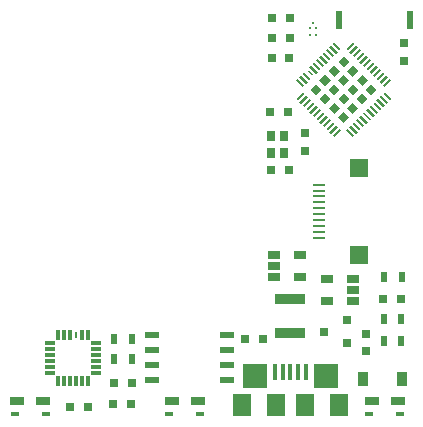
<source format=gtp>
G04 #@! TF.FileFunction,Paste,Top*
%FSLAX46Y46*%
G04 Gerber Fmt 4.6, Leading zero omitted, Abs format (unit mm)*
G04 Created by KiCad (PCBNEW (2015-07-20 BZR 5967)-product) date Tuesday, July 28, 2015 'AMt' 10:14:37 AM*
%MOMM*%
G01*
G04 APERTURE LIST*
%ADD10C,0.100000*%
%ADD11R,0.797560X0.797560*%
%ADD12R,0.910000X1.220000*%
%ADD13R,2.500000X0.900000*%
%ADD14R,0.800100X0.800100*%
%ADD15R,1.143000X0.508000*%
%ADD16R,1.060000X0.650000*%
%ADD17C,0.220000*%
%ADD18R,0.850000X0.300000*%
%ADD19R,0.300000X0.850000*%
%ADD20R,0.180000X0.510000*%
%ADD21R,1.600000X1.900000*%
%ADD22R,2.000000X2.000000*%
%ADD23R,0.400000X1.350000*%
%ADD24R,0.700000X0.400000*%
%ADD25R,1.200000X0.650000*%
%ADD26R,0.500000X1.600000*%
%ADD27R,0.800000X0.900000*%
%ADD28R,0.800000X0.750000*%
%ADD29R,0.750000X0.800000*%
%ADD30R,0.500000X0.900000*%
%ADD31R,1.500000X1.500000*%
%ADD32R,1.100000X0.250000*%
G04 APERTURE END LIST*
D10*
D11*
X184049300Y-105460000D03*
X182550700Y-105460000D03*
D12*
X184115000Y-112210000D03*
X180845000Y-112210000D03*
D13*
X174650000Y-108350000D03*
X174650000Y-105450000D03*
D14*
X179500760Y-109150000D03*
X179500760Y-107250000D03*
X177501780Y-108200000D03*
D15*
X162975000Y-112305000D03*
X162975000Y-111035000D03*
X162975000Y-109765000D03*
X162975000Y-108495000D03*
X169325000Y-108495000D03*
X169325000Y-109765000D03*
X169325000Y-111035000D03*
X169325000Y-112305000D03*
D16*
X173300000Y-101700000D03*
X173300000Y-102650000D03*
X173300000Y-103600000D03*
X175500000Y-103600000D03*
X175500000Y-101700000D03*
X180000000Y-105600000D03*
X180000000Y-104650000D03*
X180000000Y-103700000D03*
X177800000Y-103700000D03*
X177800000Y-105600000D03*
D17*
X176600000Y-82050000D03*
X176850000Y-82500000D03*
X176350000Y-82500000D03*
X176350000Y-83100000D03*
X176850000Y-83100000D03*
D10*
G36*
X180119238Y-91589087D02*
X179977817Y-91730508D01*
X179412132Y-91164823D01*
X179553553Y-91023402D01*
X180119238Y-91589087D01*
X180119238Y-91589087D01*
G37*
G36*
X180402081Y-91306245D02*
X180260660Y-91447666D01*
X179694975Y-90881981D01*
X179836396Y-90740560D01*
X180402081Y-91306245D01*
X180402081Y-91306245D01*
G37*
G36*
X180684924Y-91023402D02*
X180543503Y-91164823D01*
X179977818Y-90599138D01*
X180119239Y-90457717D01*
X180684924Y-91023402D01*
X180684924Y-91023402D01*
G37*
G36*
X180967767Y-90740559D02*
X180826346Y-90881980D01*
X180260661Y-90316295D01*
X180402082Y-90174874D01*
X180967767Y-90740559D01*
X180967767Y-90740559D01*
G37*
G36*
X181250609Y-90457716D02*
X181109188Y-90599137D01*
X180543503Y-90033452D01*
X180684924Y-89892031D01*
X181250609Y-90457716D01*
X181250609Y-90457716D01*
G37*
G36*
X181533452Y-90174874D02*
X181392031Y-90316295D01*
X180826346Y-89750610D01*
X180967767Y-89609189D01*
X181533452Y-90174874D01*
X181533452Y-90174874D01*
G37*
G36*
X181816295Y-89892031D02*
X181674874Y-90033452D01*
X181109189Y-89467767D01*
X181250610Y-89326346D01*
X181816295Y-89892031D01*
X181816295Y-89892031D01*
G37*
G36*
X182099137Y-89609188D02*
X181957716Y-89750609D01*
X181392031Y-89184924D01*
X181533452Y-89043503D01*
X182099137Y-89609188D01*
X182099137Y-89609188D01*
G37*
G36*
X182381980Y-89326346D02*
X182240559Y-89467767D01*
X181674874Y-88902082D01*
X181816295Y-88760661D01*
X182381980Y-89326346D01*
X182381980Y-89326346D01*
G37*
G36*
X182664823Y-89043503D02*
X182523402Y-89184924D01*
X181957717Y-88619239D01*
X182099138Y-88477818D01*
X182664823Y-89043503D01*
X182664823Y-89043503D01*
G37*
G36*
X182947666Y-88760660D02*
X182806245Y-88902081D01*
X182240560Y-88336396D01*
X182381981Y-88194975D01*
X182947666Y-88760660D01*
X182947666Y-88760660D01*
G37*
G36*
X183230508Y-88477817D02*
X183089087Y-88619238D01*
X182523402Y-88053553D01*
X182664823Y-87912132D01*
X183230508Y-88477817D01*
X183230508Y-88477817D01*
G37*
G36*
X183089087Y-86780762D02*
X183230508Y-86922183D01*
X182664823Y-87487868D01*
X182523402Y-87346447D01*
X183089087Y-86780762D01*
X183089087Y-86780762D01*
G37*
G36*
X182806245Y-86497919D02*
X182947666Y-86639340D01*
X182381981Y-87205025D01*
X182240560Y-87063604D01*
X182806245Y-86497919D01*
X182806245Y-86497919D01*
G37*
G36*
X182523402Y-86215076D02*
X182664823Y-86356497D01*
X182099138Y-86922182D01*
X181957717Y-86780761D01*
X182523402Y-86215076D01*
X182523402Y-86215076D01*
G37*
G36*
X182240559Y-85932233D02*
X182381980Y-86073654D01*
X181816295Y-86639339D01*
X181674874Y-86497918D01*
X182240559Y-85932233D01*
X182240559Y-85932233D01*
G37*
G36*
X181957716Y-85649391D02*
X182099137Y-85790812D01*
X181533452Y-86356497D01*
X181392031Y-86215076D01*
X181957716Y-85649391D01*
X181957716Y-85649391D01*
G37*
G36*
X181674874Y-85366548D02*
X181816295Y-85507969D01*
X181250610Y-86073654D01*
X181109189Y-85932233D01*
X181674874Y-85366548D01*
X181674874Y-85366548D01*
G37*
G36*
X181392031Y-85083705D02*
X181533452Y-85225126D01*
X180967767Y-85790811D01*
X180826346Y-85649390D01*
X181392031Y-85083705D01*
X181392031Y-85083705D01*
G37*
G36*
X181109188Y-84800863D02*
X181250609Y-84942284D01*
X180684924Y-85507969D01*
X180543503Y-85366548D01*
X181109188Y-84800863D01*
X181109188Y-84800863D01*
G37*
G36*
X180826346Y-84518020D02*
X180967767Y-84659441D01*
X180402082Y-85225126D01*
X180260661Y-85083705D01*
X180826346Y-84518020D01*
X180826346Y-84518020D01*
G37*
G36*
X180543503Y-84235177D02*
X180684924Y-84376598D01*
X180119239Y-84942283D01*
X179977818Y-84800862D01*
X180543503Y-84235177D01*
X180543503Y-84235177D01*
G37*
G36*
X180260660Y-83952334D02*
X180402081Y-84093755D01*
X179836396Y-84659440D01*
X179694975Y-84518019D01*
X180260660Y-83952334D01*
X180260660Y-83952334D01*
G37*
G36*
X179977817Y-83669492D02*
X180119238Y-83810913D01*
X179553553Y-84376598D01*
X179412132Y-84235177D01*
X179977817Y-83669492D01*
X179977817Y-83669492D01*
G37*
G36*
X178987868Y-84235177D02*
X178846447Y-84376598D01*
X178280762Y-83810913D01*
X178422183Y-83669492D01*
X178987868Y-84235177D01*
X178987868Y-84235177D01*
G37*
G36*
X178705025Y-84518019D02*
X178563604Y-84659440D01*
X177997919Y-84093755D01*
X178139340Y-83952334D01*
X178705025Y-84518019D01*
X178705025Y-84518019D01*
G37*
G36*
X178422182Y-84800862D02*
X178280761Y-84942283D01*
X177715076Y-84376598D01*
X177856497Y-84235177D01*
X178422182Y-84800862D01*
X178422182Y-84800862D01*
G37*
G36*
X178139339Y-85083705D02*
X177997918Y-85225126D01*
X177432233Y-84659441D01*
X177573654Y-84518020D01*
X178139339Y-85083705D01*
X178139339Y-85083705D01*
G37*
G36*
X177856497Y-85366548D02*
X177715076Y-85507969D01*
X177149391Y-84942284D01*
X177290812Y-84800863D01*
X177856497Y-85366548D01*
X177856497Y-85366548D01*
G37*
G36*
X177573654Y-85649390D02*
X177432233Y-85790811D01*
X176866548Y-85225126D01*
X177007969Y-85083705D01*
X177573654Y-85649390D01*
X177573654Y-85649390D01*
G37*
G36*
X177290811Y-85932233D02*
X177149390Y-86073654D01*
X176583705Y-85507969D01*
X176725126Y-85366548D01*
X177290811Y-85932233D01*
X177290811Y-85932233D01*
G37*
G36*
X177007969Y-86215076D02*
X176866548Y-86356497D01*
X176300863Y-85790812D01*
X176442284Y-85649391D01*
X177007969Y-86215076D01*
X177007969Y-86215076D01*
G37*
G36*
X176583705Y-86413065D02*
X176498852Y-86497918D01*
X176159441Y-86158507D01*
X176244294Y-86073654D01*
X176583705Y-86413065D01*
X176583705Y-86413065D01*
G37*
G36*
X176442283Y-86780761D02*
X176300862Y-86922182D01*
X175735177Y-86356497D01*
X175876598Y-86215076D01*
X176442283Y-86780761D01*
X176442283Y-86780761D01*
G37*
G36*
X176159440Y-87063604D02*
X176018019Y-87205025D01*
X175452334Y-86639340D01*
X175593755Y-86497919D01*
X176159440Y-87063604D01*
X176159440Y-87063604D01*
G37*
G36*
X175876598Y-87346447D02*
X175735177Y-87487868D01*
X175169492Y-86922183D01*
X175310913Y-86780762D01*
X175876598Y-87346447D01*
X175876598Y-87346447D01*
G37*
G36*
X175735177Y-87912132D02*
X175876598Y-88053553D01*
X175310913Y-88619238D01*
X175169492Y-88477817D01*
X175735177Y-87912132D01*
X175735177Y-87912132D01*
G37*
G36*
X176018019Y-88194975D02*
X176159440Y-88336396D01*
X175593755Y-88902081D01*
X175452334Y-88760660D01*
X176018019Y-88194975D01*
X176018019Y-88194975D01*
G37*
G36*
X176300862Y-88477818D02*
X176442283Y-88619239D01*
X175876598Y-89184924D01*
X175735177Y-89043503D01*
X176300862Y-88477818D01*
X176300862Y-88477818D01*
G37*
G36*
X176583705Y-88760661D02*
X176725126Y-88902082D01*
X176159441Y-89467767D01*
X176018020Y-89326346D01*
X176583705Y-88760661D01*
X176583705Y-88760661D01*
G37*
G36*
X176866548Y-89043503D02*
X177007969Y-89184924D01*
X176442284Y-89750609D01*
X176300863Y-89609188D01*
X176866548Y-89043503D01*
X176866548Y-89043503D01*
G37*
G36*
X177149390Y-89326346D02*
X177290811Y-89467767D01*
X176725126Y-90033452D01*
X176583705Y-89892031D01*
X177149390Y-89326346D01*
X177149390Y-89326346D01*
G37*
G36*
X177432233Y-89609189D02*
X177573654Y-89750610D01*
X177007969Y-90316295D01*
X176866548Y-90174874D01*
X177432233Y-89609189D01*
X177432233Y-89609189D01*
G37*
G36*
X177715076Y-89892031D02*
X177856497Y-90033452D01*
X177290812Y-90599137D01*
X177149391Y-90457716D01*
X177715076Y-89892031D01*
X177715076Y-89892031D01*
G37*
G36*
X177997918Y-90174874D02*
X178139339Y-90316295D01*
X177573654Y-90881980D01*
X177432233Y-90740559D01*
X177997918Y-90174874D01*
X177997918Y-90174874D01*
G37*
G36*
X178280761Y-90457717D02*
X178422182Y-90599138D01*
X177856497Y-91164823D01*
X177715076Y-91023402D01*
X178280761Y-90457717D01*
X178280761Y-90457717D01*
G37*
G36*
X178563604Y-90740560D02*
X178705025Y-90881981D01*
X178139340Y-91447666D01*
X177997919Y-91306245D01*
X178563604Y-90740560D01*
X178563604Y-90740560D01*
G37*
G36*
X178846447Y-91023402D02*
X178987868Y-91164823D01*
X178422183Y-91730508D01*
X178280762Y-91589087D01*
X178846447Y-91023402D01*
X178846447Y-91023402D01*
G37*
G36*
X179671994Y-85340031D02*
X179200000Y-85812025D01*
X178728006Y-85340031D01*
X179200000Y-84868037D01*
X179671994Y-85340031D01*
X179671994Y-85340031D01*
G37*
G36*
X178885338Y-86126687D02*
X178413344Y-86598681D01*
X177941350Y-86126687D01*
X178413344Y-85654693D01*
X178885338Y-86126687D01*
X178885338Y-86126687D01*
G37*
G36*
X178098681Y-86913344D02*
X177626687Y-87385338D01*
X177154693Y-86913344D01*
X177626687Y-86441350D01*
X178098681Y-86913344D01*
X178098681Y-86913344D01*
G37*
G36*
X177312025Y-87700000D02*
X176840031Y-88171994D01*
X176368037Y-87700000D01*
X176840031Y-87228006D01*
X177312025Y-87700000D01*
X177312025Y-87700000D01*
G37*
G36*
X180458650Y-86126687D02*
X179986656Y-86598681D01*
X179514662Y-86126687D01*
X179986656Y-85654693D01*
X180458650Y-86126687D01*
X180458650Y-86126687D01*
G37*
G36*
X179671994Y-86913344D02*
X179200000Y-87385338D01*
X178728006Y-86913344D01*
X179200000Y-86441350D01*
X179671994Y-86913344D01*
X179671994Y-86913344D01*
G37*
G36*
X178885338Y-87700000D02*
X178413344Y-88171994D01*
X177941350Y-87700000D01*
X178413344Y-87228006D01*
X178885338Y-87700000D01*
X178885338Y-87700000D01*
G37*
G36*
X178098681Y-88486656D02*
X177626687Y-88958650D01*
X177154693Y-88486656D01*
X177626687Y-88014662D01*
X178098681Y-88486656D01*
X178098681Y-88486656D01*
G37*
G36*
X181245307Y-86913344D02*
X180773313Y-87385338D01*
X180301319Y-86913344D01*
X180773313Y-86441350D01*
X181245307Y-86913344D01*
X181245307Y-86913344D01*
G37*
G36*
X180458650Y-87700000D02*
X179986656Y-88171994D01*
X179514662Y-87700000D01*
X179986656Y-87228006D01*
X180458650Y-87700000D01*
X180458650Y-87700000D01*
G37*
G36*
X179671994Y-88486656D02*
X179200000Y-88958650D01*
X178728006Y-88486656D01*
X179200000Y-88014662D01*
X179671994Y-88486656D01*
X179671994Y-88486656D01*
G37*
G36*
X178885338Y-89273313D02*
X178413344Y-89745307D01*
X177941350Y-89273313D01*
X178413344Y-88801319D01*
X178885338Y-89273313D01*
X178885338Y-89273313D01*
G37*
G36*
X182031963Y-87700000D02*
X181559969Y-88171994D01*
X181087975Y-87700000D01*
X181559969Y-87228006D01*
X182031963Y-87700000D01*
X182031963Y-87700000D01*
G37*
G36*
X181245307Y-88486656D02*
X180773313Y-88958650D01*
X180301319Y-88486656D01*
X180773313Y-88014662D01*
X181245307Y-88486656D01*
X181245307Y-88486656D01*
G37*
G36*
X180458650Y-89273313D02*
X179986656Y-89745307D01*
X179514662Y-89273313D01*
X179986656Y-88801319D01*
X180458650Y-89273313D01*
X180458650Y-89273313D01*
G37*
G36*
X179671994Y-90059969D02*
X179200000Y-90531963D01*
X178728006Y-90059969D01*
X179200000Y-89587975D01*
X179671994Y-90059969D01*
X179671994Y-90059969D01*
G37*
D18*
X154350000Y-109200000D03*
X154350000Y-109700000D03*
X154350000Y-110200000D03*
X154350000Y-110700000D03*
X154350000Y-111200000D03*
X154350000Y-111700000D03*
D19*
X155050000Y-112400000D03*
X155550000Y-112400000D03*
X156050000Y-112400000D03*
X156550000Y-112400000D03*
X157050000Y-112400000D03*
X157550000Y-112400000D03*
D18*
X158250000Y-111700000D03*
X158250000Y-111200000D03*
X158250000Y-110700000D03*
X158250000Y-110200000D03*
X158250000Y-109700000D03*
X158250000Y-109200000D03*
D19*
X157550000Y-108500000D03*
X157050000Y-108500000D03*
D20*
X156550000Y-108500000D03*
D19*
X156050000Y-108500000D03*
X155550000Y-108500000D03*
X155050000Y-108500000D03*
D21*
X175950000Y-114370000D03*
X173450000Y-114370000D03*
X178810000Y-114370000D03*
D22*
X177700000Y-111940000D03*
D23*
X173399100Y-111637460D03*
X174049100Y-111637460D03*
X174699100Y-111637460D03*
X175349100Y-111637460D03*
X175999100Y-111637460D03*
D22*
X171700000Y-111940000D03*
D21*
X170590000Y-114370000D03*
D24*
X183970000Y-115190000D03*
D25*
X183770000Y-114090000D03*
X181570000Y-114090000D03*
D24*
X181370000Y-115190000D03*
X167040000Y-115190000D03*
D25*
X166840000Y-114090000D03*
X164640000Y-114090000D03*
D24*
X164440000Y-115190000D03*
X153960000Y-115210000D03*
D25*
X153760000Y-114110000D03*
X151560000Y-114110000D03*
D24*
X151360000Y-115210000D03*
D26*
X184800000Y-81800000D03*
X178800000Y-81800000D03*
D27*
X173035900Y-93078100D03*
X173035900Y-91628100D03*
X174110900Y-93078100D03*
X174110900Y-91628100D03*
D28*
X174450000Y-89600000D03*
X172950000Y-89600000D03*
X161210000Y-114360000D03*
X159710000Y-114360000D03*
X157520000Y-114590000D03*
X156020000Y-114590000D03*
X159750000Y-112550000D03*
X161250000Y-112550000D03*
X173123160Y-83324700D03*
X174623160Y-83324700D03*
D29*
X175945800Y-92875800D03*
X175945800Y-91375800D03*
X184348120Y-83796440D03*
X184348120Y-85296440D03*
D28*
X174623160Y-81622900D03*
X173123160Y-81622900D03*
X174613000Y-85029040D03*
X173113000Y-85029040D03*
D30*
X184100000Y-109010000D03*
X182600000Y-109010000D03*
X182650000Y-103610000D03*
X184150000Y-103610000D03*
X182600000Y-107160000D03*
X184100000Y-107160000D03*
X161250000Y-108850000D03*
X159750000Y-108850000D03*
X161250000Y-110550000D03*
X159750000Y-110550000D03*
D29*
X181110000Y-108370000D03*
X181110000Y-109870000D03*
D28*
X172350000Y-108800000D03*
X170850000Y-108800000D03*
X174550000Y-94550000D03*
X173050000Y-94550000D03*
D31*
X180500000Y-101700000D03*
D32*
X177100000Y-99750000D03*
X177100000Y-99250000D03*
X177100000Y-98750000D03*
X177100000Y-98250000D03*
X177100000Y-97750000D03*
X177100000Y-97250000D03*
X177100000Y-96750000D03*
X177100000Y-96250000D03*
X177100000Y-95750000D03*
X177100000Y-100250000D03*
D31*
X180500000Y-94300000D03*
M02*

</source>
